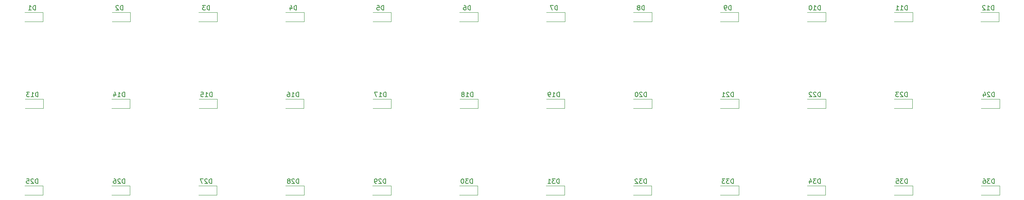
<source format=gbr>
%TF.GenerationSoftware,KiCad,Pcbnew,7.0.7*%
%TF.CreationDate,2023-09-15T12:25:31+10:00*%
%TF.ProjectId,fuckit,6675636b-6974-42e6-9b69-6361645f7063,rev?*%
%TF.SameCoordinates,Original*%
%TF.FileFunction,Legend,Bot*%
%TF.FilePolarity,Positive*%
%FSLAX46Y46*%
G04 Gerber Fmt 4.6, Leading zero omitted, Abs format (unit mm)*
G04 Created by KiCad (PCBNEW 7.0.7) date 2023-09-15 12:25:31*
%MOMM*%
%LPD*%
G01*
G04 APERTURE LIST*
%ADD10C,0.150000*%
%ADD11C,0.120000*%
G04 APERTURE END LIST*
D10*
X66103511Y-67015148D02*
X66103511Y-66015148D01*
X66103511Y-66015148D02*
X65865416Y-66015148D01*
X65865416Y-66015148D02*
X65722559Y-66062767D01*
X65722559Y-66062767D02*
X65627321Y-66158005D01*
X65627321Y-66158005D02*
X65579702Y-66253243D01*
X65579702Y-66253243D02*
X65532083Y-66443719D01*
X65532083Y-66443719D02*
X65532083Y-66586576D01*
X65532083Y-66586576D02*
X65579702Y-66777052D01*
X65579702Y-66777052D02*
X65627321Y-66872290D01*
X65627321Y-66872290D02*
X65722559Y-66967529D01*
X65722559Y-66967529D02*
X65865416Y-67015148D01*
X65865416Y-67015148D02*
X66103511Y-67015148D01*
X65151130Y-66110386D02*
X65103511Y-66062767D01*
X65103511Y-66062767D02*
X65008273Y-66015148D01*
X65008273Y-66015148D02*
X64770178Y-66015148D01*
X64770178Y-66015148D02*
X64674940Y-66062767D01*
X64674940Y-66062767D02*
X64627321Y-66110386D01*
X64627321Y-66110386D02*
X64579702Y-66205624D01*
X64579702Y-66205624D02*
X64579702Y-66300862D01*
X64579702Y-66300862D02*
X64627321Y-66443719D01*
X64627321Y-66443719D02*
X65198749Y-67015148D01*
X65198749Y-67015148D02*
X64579702Y-67015148D01*
X64246368Y-66015148D02*
X63579702Y-66015148D01*
X63579702Y-66015148D02*
X64008273Y-67015148D01*
X66202730Y-47965100D02*
X66202730Y-46965100D01*
X66202730Y-46965100D02*
X65964635Y-46965100D01*
X65964635Y-46965100D02*
X65821778Y-47012719D01*
X65821778Y-47012719D02*
X65726540Y-47107957D01*
X65726540Y-47107957D02*
X65678921Y-47203195D01*
X65678921Y-47203195D02*
X65631302Y-47393671D01*
X65631302Y-47393671D02*
X65631302Y-47536528D01*
X65631302Y-47536528D02*
X65678921Y-47727004D01*
X65678921Y-47727004D02*
X65726540Y-47822242D01*
X65726540Y-47822242D02*
X65821778Y-47917481D01*
X65821778Y-47917481D02*
X65964635Y-47965100D01*
X65964635Y-47965100D02*
X66202730Y-47965100D01*
X64678921Y-47965100D02*
X65250349Y-47965100D01*
X64964635Y-47965100D02*
X64964635Y-46965100D01*
X64964635Y-46965100D02*
X65059873Y-47107957D01*
X65059873Y-47107957D02*
X65155111Y-47203195D01*
X65155111Y-47203195D02*
X65250349Y-47250814D01*
X63774159Y-46965100D02*
X64250349Y-46965100D01*
X64250349Y-46965100D02*
X64297968Y-47441290D01*
X64297968Y-47441290D02*
X64250349Y-47393671D01*
X64250349Y-47393671D02*
X64155111Y-47346052D01*
X64155111Y-47346052D02*
X63917016Y-47346052D01*
X63917016Y-47346052D02*
X63821778Y-47393671D01*
X63821778Y-47393671D02*
X63774159Y-47441290D01*
X63774159Y-47441290D02*
X63726540Y-47536528D01*
X63726540Y-47536528D02*
X63726540Y-47774623D01*
X63726540Y-47774623D02*
X63774159Y-47869861D01*
X63774159Y-47869861D02*
X63821778Y-47917481D01*
X63821778Y-47917481D02*
X63917016Y-47965100D01*
X63917016Y-47965100D02*
X64155111Y-47965100D01*
X64155111Y-47965100D02*
X64250349Y-47917481D01*
X64250349Y-47917481D02*
X64297968Y-47869861D01*
X237491447Y-28915052D02*
X237491447Y-27915052D01*
X237491447Y-27915052D02*
X237253352Y-27915052D01*
X237253352Y-27915052D02*
X237110495Y-27962671D01*
X237110495Y-27962671D02*
X237015257Y-28057909D01*
X237015257Y-28057909D02*
X236967638Y-28153147D01*
X236967638Y-28153147D02*
X236920019Y-28343623D01*
X236920019Y-28343623D02*
X236920019Y-28486480D01*
X236920019Y-28486480D02*
X236967638Y-28676956D01*
X236967638Y-28676956D02*
X237015257Y-28772194D01*
X237015257Y-28772194D02*
X237110495Y-28867433D01*
X237110495Y-28867433D02*
X237253352Y-28915052D01*
X237253352Y-28915052D02*
X237491447Y-28915052D01*
X235967638Y-28915052D02*
X236539066Y-28915052D01*
X236253352Y-28915052D02*
X236253352Y-27915052D01*
X236253352Y-27915052D02*
X236348590Y-28057909D01*
X236348590Y-28057909D02*
X236443828Y-28153147D01*
X236443828Y-28153147D02*
X236539066Y-28200766D01*
X235586685Y-28010290D02*
X235539066Y-27962671D01*
X235539066Y-27962671D02*
X235443828Y-27915052D01*
X235443828Y-27915052D02*
X235205733Y-27915052D01*
X235205733Y-27915052D02*
X235110495Y-27962671D01*
X235110495Y-27962671D02*
X235062876Y-28010290D01*
X235062876Y-28010290D02*
X235015257Y-28105528D01*
X235015257Y-28105528D02*
X235015257Y-28200766D01*
X235015257Y-28200766D02*
X235062876Y-28343623D01*
X235062876Y-28343623D02*
X235634304Y-28915052D01*
X235634304Y-28915052D02*
X235015257Y-28915052D01*
X85190282Y-67015148D02*
X85190282Y-66015148D01*
X85190282Y-66015148D02*
X84952187Y-66015148D01*
X84952187Y-66015148D02*
X84809330Y-66062767D01*
X84809330Y-66062767D02*
X84714092Y-66158005D01*
X84714092Y-66158005D02*
X84666473Y-66253243D01*
X84666473Y-66253243D02*
X84618854Y-66443719D01*
X84618854Y-66443719D02*
X84618854Y-66586576D01*
X84618854Y-66586576D02*
X84666473Y-66777052D01*
X84666473Y-66777052D02*
X84714092Y-66872290D01*
X84714092Y-66872290D02*
X84809330Y-66967529D01*
X84809330Y-66967529D02*
X84952187Y-67015148D01*
X84952187Y-67015148D02*
X85190282Y-67015148D01*
X84237901Y-66110386D02*
X84190282Y-66062767D01*
X84190282Y-66062767D02*
X84095044Y-66015148D01*
X84095044Y-66015148D02*
X83856949Y-66015148D01*
X83856949Y-66015148D02*
X83761711Y-66062767D01*
X83761711Y-66062767D02*
X83714092Y-66110386D01*
X83714092Y-66110386D02*
X83666473Y-66205624D01*
X83666473Y-66205624D02*
X83666473Y-66300862D01*
X83666473Y-66300862D02*
X83714092Y-66443719D01*
X83714092Y-66443719D02*
X84285520Y-67015148D01*
X84285520Y-67015148D02*
X83666473Y-67015148D01*
X83095044Y-66443719D02*
X83190282Y-66396100D01*
X83190282Y-66396100D02*
X83237901Y-66348481D01*
X83237901Y-66348481D02*
X83285520Y-66253243D01*
X83285520Y-66253243D02*
X83285520Y-66205624D01*
X83285520Y-66205624D02*
X83237901Y-66110386D01*
X83237901Y-66110386D02*
X83190282Y-66062767D01*
X83190282Y-66062767D02*
X83095044Y-66015148D01*
X83095044Y-66015148D02*
X82904568Y-66015148D01*
X82904568Y-66015148D02*
X82809330Y-66062767D01*
X82809330Y-66062767D02*
X82761711Y-66110386D01*
X82761711Y-66110386D02*
X82714092Y-66205624D01*
X82714092Y-66205624D02*
X82714092Y-66253243D01*
X82714092Y-66253243D02*
X82761711Y-66348481D01*
X82761711Y-66348481D02*
X82809330Y-66396100D01*
X82809330Y-66396100D02*
X82904568Y-66443719D01*
X82904568Y-66443719D02*
X83095044Y-66443719D01*
X83095044Y-66443719D02*
X83190282Y-66491338D01*
X83190282Y-66491338D02*
X83237901Y-66538957D01*
X83237901Y-66538957D02*
X83285520Y-66634195D01*
X83285520Y-66634195D02*
X83285520Y-66824671D01*
X83285520Y-66824671D02*
X83237901Y-66919909D01*
X83237901Y-66919909D02*
X83190282Y-66967529D01*
X83190282Y-66967529D02*
X83095044Y-67015148D01*
X83095044Y-67015148D02*
X82904568Y-67015148D01*
X82904568Y-67015148D02*
X82809330Y-66967529D01*
X82809330Y-66967529D02*
X82761711Y-66919909D01*
X82761711Y-66919909D02*
X82714092Y-66824671D01*
X82714092Y-66824671D02*
X82714092Y-66634195D01*
X82714092Y-66634195D02*
X82761711Y-66538957D01*
X82761711Y-66538957D02*
X82809330Y-66491338D01*
X82809330Y-66491338D02*
X82904568Y-66443719D01*
X142303703Y-47965100D02*
X142303703Y-46965100D01*
X142303703Y-46965100D02*
X142065608Y-46965100D01*
X142065608Y-46965100D02*
X141922751Y-47012719D01*
X141922751Y-47012719D02*
X141827513Y-47107957D01*
X141827513Y-47107957D02*
X141779894Y-47203195D01*
X141779894Y-47203195D02*
X141732275Y-47393671D01*
X141732275Y-47393671D02*
X141732275Y-47536528D01*
X141732275Y-47536528D02*
X141779894Y-47727004D01*
X141779894Y-47727004D02*
X141827513Y-47822242D01*
X141827513Y-47822242D02*
X141922751Y-47917481D01*
X141922751Y-47917481D02*
X142065608Y-47965100D01*
X142065608Y-47965100D02*
X142303703Y-47965100D01*
X140779894Y-47965100D02*
X141351322Y-47965100D01*
X141065608Y-47965100D02*
X141065608Y-46965100D01*
X141065608Y-46965100D02*
X141160846Y-47107957D01*
X141160846Y-47107957D02*
X141256084Y-47203195D01*
X141256084Y-47203195D02*
X141351322Y-47250814D01*
X140303703Y-47965100D02*
X140113227Y-47965100D01*
X140113227Y-47965100D02*
X140017989Y-47917481D01*
X140017989Y-47917481D02*
X139970370Y-47869861D01*
X139970370Y-47869861D02*
X139875132Y-47727004D01*
X139875132Y-47727004D02*
X139827513Y-47536528D01*
X139827513Y-47536528D02*
X139827513Y-47155576D01*
X139827513Y-47155576D02*
X139875132Y-47060338D01*
X139875132Y-47060338D02*
X139922751Y-47012719D01*
X139922751Y-47012719D02*
X140017989Y-46965100D01*
X140017989Y-46965100D02*
X140208465Y-46965100D01*
X140208465Y-46965100D02*
X140303703Y-47012719D01*
X140303703Y-47012719D02*
X140351322Y-47060338D01*
X140351322Y-47060338D02*
X140398941Y-47155576D01*
X140398941Y-47155576D02*
X140398941Y-47393671D01*
X140398941Y-47393671D02*
X140351322Y-47488909D01*
X140351322Y-47488909D02*
X140303703Y-47536528D01*
X140303703Y-47536528D02*
X140208465Y-47584147D01*
X140208465Y-47584147D02*
X140017989Y-47584147D01*
X140017989Y-47584147D02*
X139922751Y-47536528D01*
X139922751Y-47536528D02*
X139875132Y-47488909D01*
X139875132Y-47488909D02*
X139827513Y-47393671D01*
X104240330Y-67015148D02*
X104240330Y-66015148D01*
X104240330Y-66015148D02*
X104002235Y-66015148D01*
X104002235Y-66015148D02*
X103859378Y-66062767D01*
X103859378Y-66062767D02*
X103764140Y-66158005D01*
X103764140Y-66158005D02*
X103716521Y-66253243D01*
X103716521Y-66253243D02*
X103668902Y-66443719D01*
X103668902Y-66443719D02*
X103668902Y-66586576D01*
X103668902Y-66586576D02*
X103716521Y-66777052D01*
X103716521Y-66777052D02*
X103764140Y-66872290D01*
X103764140Y-66872290D02*
X103859378Y-66967529D01*
X103859378Y-66967529D02*
X104002235Y-67015148D01*
X104002235Y-67015148D02*
X104240330Y-67015148D01*
X103287949Y-66110386D02*
X103240330Y-66062767D01*
X103240330Y-66062767D02*
X103145092Y-66015148D01*
X103145092Y-66015148D02*
X102906997Y-66015148D01*
X102906997Y-66015148D02*
X102811759Y-66062767D01*
X102811759Y-66062767D02*
X102764140Y-66110386D01*
X102764140Y-66110386D02*
X102716521Y-66205624D01*
X102716521Y-66205624D02*
X102716521Y-66300862D01*
X102716521Y-66300862D02*
X102764140Y-66443719D01*
X102764140Y-66443719D02*
X103335568Y-67015148D01*
X103335568Y-67015148D02*
X102716521Y-67015148D01*
X102240330Y-67015148D02*
X102049854Y-67015148D01*
X102049854Y-67015148D02*
X101954616Y-66967529D01*
X101954616Y-66967529D02*
X101906997Y-66919909D01*
X101906997Y-66919909D02*
X101811759Y-66777052D01*
X101811759Y-66777052D02*
X101764140Y-66586576D01*
X101764140Y-66586576D02*
X101764140Y-66205624D01*
X101764140Y-66205624D02*
X101811759Y-66110386D01*
X101811759Y-66110386D02*
X101859378Y-66062767D01*
X101859378Y-66062767D02*
X101954616Y-66015148D01*
X101954616Y-66015148D02*
X102145092Y-66015148D01*
X102145092Y-66015148D02*
X102240330Y-66062767D01*
X102240330Y-66062767D02*
X102287949Y-66110386D01*
X102287949Y-66110386D02*
X102335568Y-66205624D01*
X102335568Y-66205624D02*
X102335568Y-66443719D01*
X102335568Y-66443719D02*
X102287949Y-66538957D01*
X102287949Y-66538957D02*
X102240330Y-66586576D01*
X102240330Y-66586576D02*
X102145092Y-66634195D01*
X102145092Y-66634195D02*
X101954616Y-66634195D01*
X101954616Y-66634195D02*
X101859378Y-66586576D01*
X101859378Y-66586576D02*
X101811759Y-66538957D01*
X101811759Y-66538957D02*
X101764140Y-66443719D01*
X28065911Y-47965100D02*
X28065911Y-46965100D01*
X28065911Y-46965100D02*
X27827816Y-46965100D01*
X27827816Y-46965100D02*
X27684959Y-47012719D01*
X27684959Y-47012719D02*
X27589721Y-47107957D01*
X27589721Y-47107957D02*
X27542102Y-47203195D01*
X27542102Y-47203195D02*
X27494483Y-47393671D01*
X27494483Y-47393671D02*
X27494483Y-47536528D01*
X27494483Y-47536528D02*
X27542102Y-47727004D01*
X27542102Y-47727004D02*
X27589721Y-47822242D01*
X27589721Y-47822242D02*
X27684959Y-47917481D01*
X27684959Y-47917481D02*
X27827816Y-47965100D01*
X27827816Y-47965100D02*
X28065911Y-47965100D01*
X26542102Y-47965100D02*
X27113530Y-47965100D01*
X26827816Y-47965100D02*
X26827816Y-46965100D01*
X26827816Y-46965100D02*
X26923054Y-47107957D01*
X26923054Y-47107957D02*
X27018292Y-47203195D01*
X27018292Y-47203195D02*
X27113530Y-47250814D01*
X26208768Y-46965100D02*
X25589721Y-46965100D01*
X25589721Y-46965100D02*
X25923054Y-47346052D01*
X25923054Y-47346052D02*
X25780197Y-47346052D01*
X25780197Y-47346052D02*
X25684959Y-47393671D01*
X25684959Y-47393671D02*
X25637340Y-47441290D01*
X25637340Y-47441290D02*
X25589721Y-47536528D01*
X25589721Y-47536528D02*
X25589721Y-47774623D01*
X25589721Y-47774623D02*
X25637340Y-47869861D01*
X25637340Y-47869861D02*
X25684959Y-47917481D01*
X25684959Y-47917481D02*
X25780197Y-47965100D01*
X25780197Y-47965100D02*
X26065911Y-47965100D01*
X26065911Y-47965100D02*
X26161149Y-47917481D01*
X26161149Y-47917481D02*
X26208768Y-47869861D01*
X84714091Y-28915052D02*
X84714091Y-27915052D01*
X84714091Y-27915052D02*
X84475996Y-27915052D01*
X84475996Y-27915052D02*
X84333139Y-27962671D01*
X84333139Y-27962671D02*
X84237901Y-28057909D01*
X84237901Y-28057909D02*
X84190282Y-28153147D01*
X84190282Y-28153147D02*
X84142663Y-28343623D01*
X84142663Y-28343623D02*
X84142663Y-28486480D01*
X84142663Y-28486480D02*
X84190282Y-28676956D01*
X84190282Y-28676956D02*
X84237901Y-28772194D01*
X84237901Y-28772194D02*
X84333139Y-28867433D01*
X84333139Y-28867433D02*
X84475996Y-28915052D01*
X84475996Y-28915052D02*
X84714091Y-28915052D01*
X83285520Y-28248385D02*
X83285520Y-28915052D01*
X83523615Y-27867433D02*
X83761710Y-28581718D01*
X83761710Y-28581718D02*
X83142663Y-28581718D01*
X104302826Y-47965100D02*
X104302826Y-46965100D01*
X104302826Y-46965100D02*
X104064731Y-46965100D01*
X104064731Y-46965100D02*
X103921874Y-47012719D01*
X103921874Y-47012719D02*
X103826636Y-47107957D01*
X103826636Y-47107957D02*
X103779017Y-47203195D01*
X103779017Y-47203195D02*
X103731398Y-47393671D01*
X103731398Y-47393671D02*
X103731398Y-47536528D01*
X103731398Y-47536528D02*
X103779017Y-47727004D01*
X103779017Y-47727004D02*
X103826636Y-47822242D01*
X103826636Y-47822242D02*
X103921874Y-47917481D01*
X103921874Y-47917481D02*
X104064731Y-47965100D01*
X104064731Y-47965100D02*
X104302826Y-47965100D01*
X102779017Y-47965100D02*
X103350445Y-47965100D01*
X103064731Y-47965100D02*
X103064731Y-46965100D01*
X103064731Y-46965100D02*
X103159969Y-47107957D01*
X103159969Y-47107957D02*
X103255207Y-47203195D01*
X103255207Y-47203195D02*
X103350445Y-47250814D01*
X102445683Y-46965100D02*
X101779017Y-46965100D01*
X101779017Y-46965100D02*
X102207588Y-47965100D01*
X180440522Y-47965100D02*
X180440522Y-46965100D01*
X180440522Y-46965100D02*
X180202427Y-46965100D01*
X180202427Y-46965100D02*
X180059570Y-47012719D01*
X180059570Y-47012719D02*
X179964332Y-47107957D01*
X179964332Y-47107957D02*
X179916713Y-47203195D01*
X179916713Y-47203195D02*
X179869094Y-47393671D01*
X179869094Y-47393671D02*
X179869094Y-47536528D01*
X179869094Y-47536528D02*
X179916713Y-47727004D01*
X179916713Y-47727004D02*
X179964332Y-47822242D01*
X179964332Y-47822242D02*
X180059570Y-47917481D01*
X180059570Y-47917481D02*
X180202427Y-47965100D01*
X180202427Y-47965100D02*
X180440522Y-47965100D01*
X179488141Y-47060338D02*
X179440522Y-47012719D01*
X179440522Y-47012719D02*
X179345284Y-46965100D01*
X179345284Y-46965100D02*
X179107189Y-46965100D01*
X179107189Y-46965100D02*
X179011951Y-47012719D01*
X179011951Y-47012719D02*
X178964332Y-47060338D01*
X178964332Y-47060338D02*
X178916713Y-47155576D01*
X178916713Y-47155576D02*
X178916713Y-47250814D01*
X178916713Y-47250814D02*
X178964332Y-47393671D01*
X178964332Y-47393671D02*
X179535760Y-47965100D01*
X179535760Y-47965100D02*
X178916713Y-47965100D01*
X177964332Y-47965100D02*
X178535760Y-47965100D01*
X178250046Y-47965100D02*
X178250046Y-46965100D01*
X178250046Y-46965100D02*
X178345284Y-47107957D01*
X178345284Y-47107957D02*
X178440522Y-47203195D01*
X178440522Y-47203195D02*
X178535760Y-47250814D01*
X160914283Y-28915052D02*
X160914283Y-27915052D01*
X160914283Y-27915052D02*
X160676188Y-27915052D01*
X160676188Y-27915052D02*
X160533331Y-27962671D01*
X160533331Y-27962671D02*
X160438093Y-28057909D01*
X160438093Y-28057909D02*
X160390474Y-28153147D01*
X160390474Y-28153147D02*
X160342855Y-28343623D01*
X160342855Y-28343623D02*
X160342855Y-28486480D01*
X160342855Y-28486480D02*
X160390474Y-28676956D01*
X160390474Y-28676956D02*
X160438093Y-28772194D01*
X160438093Y-28772194D02*
X160533331Y-28867433D01*
X160533331Y-28867433D02*
X160676188Y-28915052D01*
X160676188Y-28915052D02*
X160914283Y-28915052D01*
X159771426Y-28343623D02*
X159866664Y-28296004D01*
X159866664Y-28296004D02*
X159914283Y-28248385D01*
X159914283Y-28248385D02*
X159961902Y-28153147D01*
X159961902Y-28153147D02*
X159961902Y-28105528D01*
X159961902Y-28105528D02*
X159914283Y-28010290D01*
X159914283Y-28010290D02*
X159866664Y-27962671D01*
X159866664Y-27962671D02*
X159771426Y-27915052D01*
X159771426Y-27915052D02*
X159580950Y-27915052D01*
X159580950Y-27915052D02*
X159485712Y-27962671D01*
X159485712Y-27962671D02*
X159438093Y-28010290D01*
X159438093Y-28010290D02*
X159390474Y-28105528D01*
X159390474Y-28105528D02*
X159390474Y-28153147D01*
X159390474Y-28153147D02*
X159438093Y-28248385D01*
X159438093Y-28248385D02*
X159485712Y-28296004D01*
X159485712Y-28296004D02*
X159580950Y-28343623D01*
X159580950Y-28343623D02*
X159771426Y-28343623D01*
X159771426Y-28343623D02*
X159866664Y-28391242D01*
X159866664Y-28391242D02*
X159914283Y-28438861D01*
X159914283Y-28438861D02*
X159961902Y-28534099D01*
X159961902Y-28534099D02*
X159961902Y-28724575D01*
X159961902Y-28724575D02*
X159914283Y-28819813D01*
X159914283Y-28819813D02*
X159866664Y-28867433D01*
X159866664Y-28867433D02*
X159771426Y-28915052D01*
X159771426Y-28915052D02*
X159580950Y-28915052D01*
X159580950Y-28915052D02*
X159485712Y-28867433D01*
X159485712Y-28867433D02*
X159438093Y-28819813D01*
X159438093Y-28819813D02*
X159390474Y-28724575D01*
X159390474Y-28724575D02*
X159390474Y-28534099D01*
X159390474Y-28534099D02*
X159438093Y-28438861D01*
X159438093Y-28438861D02*
X159485712Y-28391242D01*
X159485712Y-28391242D02*
X159580950Y-28343623D01*
X142266980Y-67015148D02*
X142266980Y-66015148D01*
X142266980Y-66015148D02*
X142028885Y-66015148D01*
X142028885Y-66015148D02*
X141886028Y-66062767D01*
X141886028Y-66062767D02*
X141790790Y-66158005D01*
X141790790Y-66158005D02*
X141743171Y-66253243D01*
X141743171Y-66253243D02*
X141695552Y-66443719D01*
X141695552Y-66443719D02*
X141695552Y-66586576D01*
X141695552Y-66586576D02*
X141743171Y-66777052D01*
X141743171Y-66777052D02*
X141790790Y-66872290D01*
X141790790Y-66872290D02*
X141886028Y-66967529D01*
X141886028Y-66967529D02*
X142028885Y-67015148D01*
X142028885Y-67015148D02*
X142266980Y-67015148D01*
X141362218Y-66015148D02*
X140743171Y-66015148D01*
X140743171Y-66015148D02*
X141076504Y-66396100D01*
X141076504Y-66396100D02*
X140933647Y-66396100D01*
X140933647Y-66396100D02*
X140838409Y-66443719D01*
X140838409Y-66443719D02*
X140790790Y-66491338D01*
X140790790Y-66491338D02*
X140743171Y-66586576D01*
X140743171Y-66586576D02*
X140743171Y-66824671D01*
X140743171Y-66824671D02*
X140790790Y-66919909D01*
X140790790Y-66919909D02*
X140838409Y-66967529D01*
X140838409Y-66967529D02*
X140933647Y-67015148D01*
X140933647Y-67015148D02*
X141219361Y-67015148D01*
X141219361Y-67015148D02*
X141314599Y-66967529D01*
X141314599Y-66967529D02*
X141362218Y-66919909D01*
X139790790Y-67015148D02*
X140362218Y-67015148D01*
X140076504Y-67015148D02*
X140076504Y-66015148D01*
X140076504Y-66015148D02*
X140171742Y-66158005D01*
X140171742Y-66158005D02*
X140266980Y-66253243D01*
X140266980Y-66253243D02*
X140362218Y-66300862D01*
X122814187Y-28915052D02*
X122814187Y-27915052D01*
X122814187Y-27915052D02*
X122576092Y-27915052D01*
X122576092Y-27915052D02*
X122433235Y-27962671D01*
X122433235Y-27962671D02*
X122337997Y-28057909D01*
X122337997Y-28057909D02*
X122290378Y-28153147D01*
X122290378Y-28153147D02*
X122242759Y-28343623D01*
X122242759Y-28343623D02*
X122242759Y-28486480D01*
X122242759Y-28486480D02*
X122290378Y-28676956D01*
X122290378Y-28676956D02*
X122337997Y-28772194D01*
X122337997Y-28772194D02*
X122433235Y-28867433D01*
X122433235Y-28867433D02*
X122576092Y-28915052D01*
X122576092Y-28915052D02*
X122814187Y-28915052D01*
X121385616Y-27915052D02*
X121576092Y-27915052D01*
X121576092Y-27915052D02*
X121671330Y-27962671D01*
X121671330Y-27962671D02*
X121718949Y-28010290D01*
X121718949Y-28010290D02*
X121814187Y-28153147D01*
X121814187Y-28153147D02*
X121861806Y-28343623D01*
X121861806Y-28343623D02*
X121861806Y-28724575D01*
X121861806Y-28724575D02*
X121814187Y-28819813D01*
X121814187Y-28819813D02*
X121766568Y-28867433D01*
X121766568Y-28867433D02*
X121671330Y-28915052D01*
X121671330Y-28915052D02*
X121480854Y-28915052D01*
X121480854Y-28915052D02*
X121385616Y-28867433D01*
X121385616Y-28867433D02*
X121337997Y-28819813D01*
X121337997Y-28819813D02*
X121290378Y-28724575D01*
X121290378Y-28724575D02*
X121290378Y-28486480D01*
X121290378Y-28486480D02*
X121337997Y-28391242D01*
X121337997Y-28391242D02*
X121385616Y-28343623D01*
X121385616Y-28343623D02*
X121480854Y-28296004D01*
X121480854Y-28296004D02*
X121671330Y-28296004D01*
X121671330Y-28296004D02*
X121766568Y-28343623D01*
X121766568Y-28343623D02*
X121814187Y-28391242D01*
X121814187Y-28391242D02*
X121861806Y-28486480D01*
X180440522Y-67015148D02*
X180440522Y-66015148D01*
X180440522Y-66015148D02*
X180202427Y-66015148D01*
X180202427Y-66015148D02*
X180059570Y-66062767D01*
X180059570Y-66062767D02*
X179964332Y-66158005D01*
X179964332Y-66158005D02*
X179916713Y-66253243D01*
X179916713Y-66253243D02*
X179869094Y-66443719D01*
X179869094Y-66443719D02*
X179869094Y-66586576D01*
X179869094Y-66586576D02*
X179916713Y-66777052D01*
X179916713Y-66777052D02*
X179964332Y-66872290D01*
X179964332Y-66872290D02*
X180059570Y-66967529D01*
X180059570Y-66967529D02*
X180202427Y-67015148D01*
X180202427Y-67015148D02*
X180440522Y-67015148D01*
X179535760Y-66015148D02*
X178916713Y-66015148D01*
X178916713Y-66015148D02*
X179250046Y-66396100D01*
X179250046Y-66396100D02*
X179107189Y-66396100D01*
X179107189Y-66396100D02*
X179011951Y-66443719D01*
X179011951Y-66443719D02*
X178964332Y-66491338D01*
X178964332Y-66491338D02*
X178916713Y-66586576D01*
X178916713Y-66586576D02*
X178916713Y-66824671D01*
X178916713Y-66824671D02*
X178964332Y-66919909D01*
X178964332Y-66919909D02*
X179011951Y-66967529D01*
X179011951Y-66967529D02*
X179107189Y-67015148D01*
X179107189Y-67015148D02*
X179392903Y-67015148D01*
X179392903Y-67015148D02*
X179488141Y-66967529D01*
X179488141Y-66967529D02*
X179535760Y-66919909D01*
X178583379Y-66015148D02*
X177964332Y-66015148D01*
X177964332Y-66015148D02*
X178297665Y-66396100D01*
X178297665Y-66396100D02*
X178154808Y-66396100D01*
X178154808Y-66396100D02*
X178059570Y-66443719D01*
X178059570Y-66443719D02*
X178011951Y-66491338D01*
X178011951Y-66491338D02*
X177964332Y-66586576D01*
X177964332Y-66586576D02*
X177964332Y-66824671D01*
X177964332Y-66824671D02*
X178011951Y-66919909D01*
X178011951Y-66919909D02*
X178059570Y-66967529D01*
X178059570Y-66967529D02*
X178154808Y-67015148D01*
X178154808Y-67015148D02*
X178440522Y-67015148D01*
X178440522Y-67015148D02*
X178535760Y-66967529D01*
X178535760Y-66967529D02*
X178583379Y-66919909D01*
X218540618Y-28915052D02*
X218540618Y-27915052D01*
X218540618Y-27915052D02*
X218302523Y-27915052D01*
X218302523Y-27915052D02*
X218159666Y-27962671D01*
X218159666Y-27962671D02*
X218064428Y-28057909D01*
X218064428Y-28057909D02*
X218016809Y-28153147D01*
X218016809Y-28153147D02*
X217969190Y-28343623D01*
X217969190Y-28343623D02*
X217969190Y-28486480D01*
X217969190Y-28486480D02*
X218016809Y-28676956D01*
X218016809Y-28676956D02*
X218064428Y-28772194D01*
X218064428Y-28772194D02*
X218159666Y-28867433D01*
X218159666Y-28867433D02*
X218302523Y-28915052D01*
X218302523Y-28915052D02*
X218540618Y-28915052D01*
X217016809Y-28915052D02*
X217588237Y-28915052D01*
X217302523Y-28915052D02*
X217302523Y-27915052D01*
X217302523Y-27915052D02*
X217397761Y-28057909D01*
X217397761Y-28057909D02*
X217492999Y-28153147D01*
X217492999Y-28153147D02*
X217588237Y-28200766D01*
X216064428Y-28915052D02*
X216635856Y-28915052D01*
X216350142Y-28915052D02*
X216350142Y-27915052D01*
X216350142Y-27915052D02*
X216445380Y-28057909D01*
X216445380Y-28057909D02*
X216540618Y-28153147D01*
X216540618Y-28153147D02*
X216635856Y-28200766D01*
X199490570Y-28915052D02*
X199490570Y-27915052D01*
X199490570Y-27915052D02*
X199252475Y-27915052D01*
X199252475Y-27915052D02*
X199109618Y-27962671D01*
X199109618Y-27962671D02*
X199014380Y-28057909D01*
X199014380Y-28057909D02*
X198966761Y-28153147D01*
X198966761Y-28153147D02*
X198919142Y-28343623D01*
X198919142Y-28343623D02*
X198919142Y-28486480D01*
X198919142Y-28486480D02*
X198966761Y-28676956D01*
X198966761Y-28676956D02*
X199014380Y-28772194D01*
X199014380Y-28772194D02*
X199109618Y-28867433D01*
X199109618Y-28867433D02*
X199252475Y-28915052D01*
X199252475Y-28915052D02*
X199490570Y-28915052D01*
X197966761Y-28915052D02*
X198538189Y-28915052D01*
X198252475Y-28915052D02*
X198252475Y-27915052D01*
X198252475Y-27915052D02*
X198347713Y-28057909D01*
X198347713Y-28057909D02*
X198442951Y-28153147D01*
X198442951Y-28153147D02*
X198538189Y-28200766D01*
X197347713Y-27915052D02*
X197252475Y-27915052D01*
X197252475Y-27915052D02*
X197157237Y-27962671D01*
X197157237Y-27962671D02*
X197109618Y-28010290D01*
X197109618Y-28010290D02*
X197061999Y-28105528D01*
X197061999Y-28105528D02*
X197014380Y-28296004D01*
X197014380Y-28296004D02*
X197014380Y-28534099D01*
X197014380Y-28534099D02*
X197061999Y-28724575D01*
X197061999Y-28724575D02*
X197109618Y-28819813D01*
X197109618Y-28819813D02*
X197157237Y-28867433D01*
X197157237Y-28867433D02*
X197252475Y-28915052D01*
X197252475Y-28915052D02*
X197347713Y-28915052D01*
X197347713Y-28915052D02*
X197442951Y-28867433D01*
X197442951Y-28867433D02*
X197490570Y-28819813D01*
X197490570Y-28819813D02*
X197538189Y-28724575D01*
X197538189Y-28724575D02*
X197585808Y-28534099D01*
X197585808Y-28534099D02*
X197585808Y-28296004D01*
X197585808Y-28296004D02*
X197538189Y-28105528D01*
X197538189Y-28105528D02*
X197490570Y-28010290D01*
X197490570Y-28010290D02*
X197442951Y-27962671D01*
X197442951Y-27962671D02*
X197347713Y-27915052D01*
X27527224Y-28915052D02*
X27527224Y-27915052D01*
X27527224Y-27915052D02*
X27289129Y-27915052D01*
X27289129Y-27915052D02*
X27146272Y-27962671D01*
X27146272Y-27962671D02*
X27051034Y-28057909D01*
X27051034Y-28057909D02*
X27003415Y-28153147D01*
X27003415Y-28153147D02*
X26955796Y-28343623D01*
X26955796Y-28343623D02*
X26955796Y-28486480D01*
X26955796Y-28486480D02*
X27003415Y-28676956D01*
X27003415Y-28676956D02*
X27051034Y-28772194D01*
X27051034Y-28772194D02*
X27146272Y-28867433D01*
X27146272Y-28867433D02*
X27289129Y-28915052D01*
X27289129Y-28915052D02*
X27527224Y-28915052D01*
X26003415Y-28915052D02*
X26574843Y-28915052D01*
X26289129Y-28915052D02*
X26289129Y-27915052D01*
X26289129Y-27915052D02*
X26384367Y-28057909D01*
X26384367Y-28057909D02*
X26479605Y-28153147D01*
X26479605Y-28153147D02*
X26574843Y-28200766D01*
X65664043Y-28915052D02*
X65664043Y-27915052D01*
X65664043Y-27915052D02*
X65425948Y-27915052D01*
X65425948Y-27915052D02*
X65283091Y-27962671D01*
X65283091Y-27962671D02*
X65187853Y-28057909D01*
X65187853Y-28057909D02*
X65140234Y-28153147D01*
X65140234Y-28153147D02*
X65092615Y-28343623D01*
X65092615Y-28343623D02*
X65092615Y-28486480D01*
X65092615Y-28486480D02*
X65140234Y-28676956D01*
X65140234Y-28676956D02*
X65187853Y-28772194D01*
X65187853Y-28772194D02*
X65283091Y-28867433D01*
X65283091Y-28867433D02*
X65425948Y-28915052D01*
X65425948Y-28915052D02*
X65664043Y-28915052D01*
X64759281Y-27915052D02*
X64140234Y-27915052D01*
X64140234Y-27915052D02*
X64473567Y-28296004D01*
X64473567Y-28296004D02*
X64330710Y-28296004D01*
X64330710Y-28296004D02*
X64235472Y-28343623D01*
X64235472Y-28343623D02*
X64187853Y-28391242D01*
X64187853Y-28391242D02*
X64140234Y-28486480D01*
X64140234Y-28486480D02*
X64140234Y-28724575D01*
X64140234Y-28724575D02*
X64187853Y-28819813D01*
X64187853Y-28819813D02*
X64235472Y-28867433D01*
X64235472Y-28867433D02*
X64330710Y-28915052D01*
X64330710Y-28915052D02*
X64616424Y-28915052D01*
X64616424Y-28915052D02*
X64711662Y-28867433D01*
X64711662Y-28867433D02*
X64759281Y-28819813D01*
X218540618Y-67015148D02*
X218540618Y-66015148D01*
X218540618Y-66015148D02*
X218302523Y-66015148D01*
X218302523Y-66015148D02*
X218159666Y-66062767D01*
X218159666Y-66062767D02*
X218064428Y-66158005D01*
X218064428Y-66158005D02*
X218016809Y-66253243D01*
X218016809Y-66253243D02*
X217969190Y-66443719D01*
X217969190Y-66443719D02*
X217969190Y-66586576D01*
X217969190Y-66586576D02*
X218016809Y-66777052D01*
X218016809Y-66777052D02*
X218064428Y-66872290D01*
X218064428Y-66872290D02*
X218159666Y-66967529D01*
X218159666Y-66967529D02*
X218302523Y-67015148D01*
X218302523Y-67015148D02*
X218540618Y-67015148D01*
X217635856Y-66015148D02*
X217016809Y-66015148D01*
X217016809Y-66015148D02*
X217350142Y-66396100D01*
X217350142Y-66396100D02*
X217207285Y-66396100D01*
X217207285Y-66396100D02*
X217112047Y-66443719D01*
X217112047Y-66443719D02*
X217064428Y-66491338D01*
X217064428Y-66491338D02*
X217016809Y-66586576D01*
X217016809Y-66586576D02*
X217016809Y-66824671D01*
X217016809Y-66824671D02*
X217064428Y-66919909D01*
X217064428Y-66919909D02*
X217112047Y-66967529D01*
X217112047Y-66967529D02*
X217207285Y-67015148D01*
X217207285Y-67015148D02*
X217492999Y-67015148D01*
X217492999Y-67015148D02*
X217588237Y-66967529D01*
X217588237Y-66967529D02*
X217635856Y-66919909D01*
X216112047Y-66015148D02*
X216588237Y-66015148D01*
X216588237Y-66015148D02*
X216635856Y-66491338D01*
X216635856Y-66491338D02*
X216588237Y-66443719D01*
X216588237Y-66443719D02*
X216492999Y-66396100D01*
X216492999Y-66396100D02*
X216254904Y-66396100D01*
X216254904Y-66396100D02*
X216159666Y-66443719D01*
X216159666Y-66443719D02*
X216112047Y-66491338D01*
X216112047Y-66491338D02*
X216064428Y-66586576D01*
X216064428Y-66586576D02*
X216064428Y-66824671D01*
X216064428Y-66824671D02*
X216112047Y-66919909D01*
X216112047Y-66919909D02*
X216159666Y-66967529D01*
X216159666Y-66967529D02*
X216254904Y-67015148D01*
X216254904Y-67015148D02*
X216492999Y-67015148D01*
X216492999Y-67015148D02*
X216588237Y-66967529D01*
X216588237Y-66967529D02*
X216635856Y-66919909D01*
X141864235Y-28915052D02*
X141864235Y-27915052D01*
X141864235Y-27915052D02*
X141626140Y-27915052D01*
X141626140Y-27915052D02*
X141483283Y-27962671D01*
X141483283Y-27962671D02*
X141388045Y-28057909D01*
X141388045Y-28057909D02*
X141340426Y-28153147D01*
X141340426Y-28153147D02*
X141292807Y-28343623D01*
X141292807Y-28343623D02*
X141292807Y-28486480D01*
X141292807Y-28486480D02*
X141340426Y-28676956D01*
X141340426Y-28676956D02*
X141388045Y-28772194D01*
X141388045Y-28772194D02*
X141483283Y-28867433D01*
X141483283Y-28867433D02*
X141626140Y-28915052D01*
X141626140Y-28915052D02*
X141864235Y-28915052D01*
X140959473Y-27915052D02*
X140292807Y-27915052D01*
X140292807Y-27915052D02*
X140721378Y-28915052D01*
X28003415Y-67015148D02*
X28003415Y-66015148D01*
X28003415Y-66015148D02*
X27765320Y-66015148D01*
X27765320Y-66015148D02*
X27622463Y-66062767D01*
X27622463Y-66062767D02*
X27527225Y-66158005D01*
X27527225Y-66158005D02*
X27479606Y-66253243D01*
X27479606Y-66253243D02*
X27431987Y-66443719D01*
X27431987Y-66443719D02*
X27431987Y-66586576D01*
X27431987Y-66586576D02*
X27479606Y-66777052D01*
X27479606Y-66777052D02*
X27527225Y-66872290D01*
X27527225Y-66872290D02*
X27622463Y-66967529D01*
X27622463Y-66967529D02*
X27765320Y-67015148D01*
X27765320Y-67015148D02*
X28003415Y-67015148D01*
X27051034Y-66110386D02*
X27003415Y-66062767D01*
X27003415Y-66062767D02*
X26908177Y-66015148D01*
X26908177Y-66015148D02*
X26670082Y-66015148D01*
X26670082Y-66015148D02*
X26574844Y-66062767D01*
X26574844Y-66062767D02*
X26527225Y-66110386D01*
X26527225Y-66110386D02*
X26479606Y-66205624D01*
X26479606Y-66205624D02*
X26479606Y-66300862D01*
X26479606Y-66300862D02*
X26527225Y-66443719D01*
X26527225Y-66443719D02*
X27098653Y-67015148D01*
X27098653Y-67015148D02*
X26479606Y-67015148D01*
X25574844Y-66015148D02*
X26051034Y-66015148D01*
X26051034Y-66015148D02*
X26098653Y-66491338D01*
X26098653Y-66491338D02*
X26051034Y-66443719D01*
X26051034Y-66443719D02*
X25955796Y-66396100D01*
X25955796Y-66396100D02*
X25717701Y-66396100D01*
X25717701Y-66396100D02*
X25622463Y-66443719D01*
X25622463Y-66443719D02*
X25574844Y-66491338D01*
X25574844Y-66491338D02*
X25527225Y-66586576D01*
X25527225Y-66586576D02*
X25527225Y-66824671D01*
X25527225Y-66824671D02*
X25574844Y-66919909D01*
X25574844Y-66919909D02*
X25622463Y-66967529D01*
X25622463Y-66967529D02*
X25717701Y-67015148D01*
X25717701Y-67015148D02*
X25955796Y-67015148D01*
X25955796Y-67015148D02*
X26051034Y-66967529D01*
X26051034Y-66967529D02*
X26098653Y-66919909D01*
X161390474Y-47965100D02*
X161390474Y-46965100D01*
X161390474Y-46965100D02*
X161152379Y-46965100D01*
X161152379Y-46965100D02*
X161009522Y-47012719D01*
X161009522Y-47012719D02*
X160914284Y-47107957D01*
X160914284Y-47107957D02*
X160866665Y-47203195D01*
X160866665Y-47203195D02*
X160819046Y-47393671D01*
X160819046Y-47393671D02*
X160819046Y-47536528D01*
X160819046Y-47536528D02*
X160866665Y-47727004D01*
X160866665Y-47727004D02*
X160914284Y-47822242D01*
X160914284Y-47822242D02*
X161009522Y-47917481D01*
X161009522Y-47917481D02*
X161152379Y-47965100D01*
X161152379Y-47965100D02*
X161390474Y-47965100D01*
X160438093Y-47060338D02*
X160390474Y-47012719D01*
X160390474Y-47012719D02*
X160295236Y-46965100D01*
X160295236Y-46965100D02*
X160057141Y-46965100D01*
X160057141Y-46965100D02*
X159961903Y-47012719D01*
X159961903Y-47012719D02*
X159914284Y-47060338D01*
X159914284Y-47060338D02*
X159866665Y-47155576D01*
X159866665Y-47155576D02*
X159866665Y-47250814D01*
X159866665Y-47250814D02*
X159914284Y-47393671D01*
X159914284Y-47393671D02*
X160485712Y-47965100D01*
X160485712Y-47965100D02*
X159866665Y-47965100D01*
X159247617Y-46965100D02*
X159152379Y-46965100D01*
X159152379Y-46965100D02*
X159057141Y-47012719D01*
X159057141Y-47012719D02*
X159009522Y-47060338D01*
X159009522Y-47060338D02*
X158961903Y-47155576D01*
X158961903Y-47155576D02*
X158914284Y-47346052D01*
X158914284Y-47346052D02*
X158914284Y-47584147D01*
X158914284Y-47584147D02*
X158961903Y-47774623D01*
X158961903Y-47774623D02*
X159009522Y-47869861D01*
X159009522Y-47869861D02*
X159057141Y-47917481D01*
X159057141Y-47917481D02*
X159152379Y-47965100D01*
X159152379Y-47965100D02*
X159247617Y-47965100D01*
X159247617Y-47965100D02*
X159342855Y-47917481D01*
X159342855Y-47917481D02*
X159390474Y-47869861D01*
X159390474Y-47869861D02*
X159438093Y-47774623D01*
X159438093Y-47774623D02*
X159485712Y-47584147D01*
X159485712Y-47584147D02*
X159485712Y-47346052D01*
X159485712Y-47346052D02*
X159438093Y-47155576D01*
X159438093Y-47155576D02*
X159390474Y-47060338D01*
X159390474Y-47060338D02*
X159342855Y-47012719D01*
X159342855Y-47012719D02*
X159247617Y-46965100D01*
X123253655Y-67015148D02*
X123253655Y-66015148D01*
X123253655Y-66015148D02*
X123015560Y-66015148D01*
X123015560Y-66015148D02*
X122872703Y-66062767D01*
X122872703Y-66062767D02*
X122777465Y-66158005D01*
X122777465Y-66158005D02*
X122729846Y-66253243D01*
X122729846Y-66253243D02*
X122682227Y-66443719D01*
X122682227Y-66443719D02*
X122682227Y-66586576D01*
X122682227Y-66586576D02*
X122729846Y-66777052D01*
X122729846Y-66777052D02*
X122777465Y-66872290D01*
X122777465Y-66872290D02*
X122872703Y-66967529D01*
X122872703Y-66967529D02*
X123015560Y-67015148D01*
X123015560Y-67015148D02*
X123253655Y-67015148D01*
X122348893Y-66015148D02*
X121729846Y-66015148D01*
X121729846Y-66015148D02*
X122063179Y-66396100D01*
X122063179Y-66396100D02*
X121920322Y-66396100D01*
X121920322Y-66396100D02*
X121825084Y-66443719D01*
X121825084Y-66443719D02*
X121777465Y-66491338D01*
X121777465Y-66491338D02*
X121729846Y-66586576D01*
X121729846Y-66586576D02*
X121729846Y-66824671D01*
X121729846Y-66824671D02*
X121777465Y-66919909D01*
X121777465Y-66919909D02*
X121825084Y-66967529D01*
X121825084Y-66967529D02*
X121920322Y-67015148D01*
X121920322Y-67015148D02*
X122206036Y-67015148D01*
X122206036Y-67015148D02*
X122301274Y-66967529D01*
X122301274Y-66967529D02*
X122348893Y-66919909D01*
X121110798Y-66015148D02*
X121015560Y-66015148D01*
X121015560Y-66015148D02*
X120920322Y-66062767D01*
X120920322Y-66062767D02*
X120872703Y-66110386D01*
X120872703Y-66110386D02*
X120825084Y-66205624D01*
X120825084Y-66205624D02*
X120777465Y-66396100D01*
X120777465Y-66396100D02*
X120777465Y-66634195D01*
X120777465Y-66634195D02*
X120825084Y-66824671D01*
X120825084Y-66824671D02*
X120872703Y-66919909D01*
X120872703Y-66919909D02*
X120920322Y-66967529D01*
X120920322Y-66967529D02*
X121015560Y-67015148D01*
X121015560Y-67015148D02*
X121110798Y-67015148D01*
X121110798Y-67015148D02*
X121206036Y-66967529D01*
X121206036Y-66967529D02*
X121253655Y-66919909D01*
X121253655Y-66919909D02*
X121301274Y-66824671D01*
X121301274Y-66824671D02*
X121348893Y-66634195D01*
X121348893Y-66634195D02*
X121348893Y-66396100D01*
X121348893Y-66396100D02*
X121301274Y-66205624D01*
X121301274Y-66205624D02*
X121253655Y-66110386D01*
X121253655Y-66110386D02*
X121206036Y-66062767D01*
X121206036Y-66062767D02*
X121110798Y-66015148D01*
X179927608Y-28915052D02*
X179927608Y-27915052D01*
X179927608Y-27915052D02*
X179689513Y-27915052D01*
X179689513Y-27915052D02*
X179546656Y-27962671D01*
X179546656Y-27962671D02*
X179451418Y-28057909D01*
X179451418Y-28057909D02*
X179403799Y-28153147D01*
X179403799Y-28153147D02*
X179356180Y-28343623D01*
X179356180Y-28343623D02*
X179356180Y-28486480D01*
X179356180Y-28486480D02*
X179403799Y-28676956D01*
X179403799Y-28676956D02*
X179451418Y-28772194D01*
X179451418Y-28772194D02*
X179546656Y-28867433D01*
X179546656Y-28867433D02*
X179689513Y-28915052D01*
X179689513Y-28915052D02*
X179927608Y-28915052D01*
X178879989Y-28915052D02*
X178689513Y-28915052D01*
X178689513Y-28915052D02*
X178594275Y-28867433D01*
X178594275Y-28867433D02*
X178546656Y-28819813D01*
X178546656Y-28819813D02*
X178451418Y-28676956D01*
X178451418Y-28676956D02*
X178403799Y-28486480D01*
X178403799Y-28486480D02*
X178403799Y-28105528D01*
X178403799Y-28105528D02*
X178451418Y-28010290D01*
X178451418Y-28010290D02*
X178499037Y-27962671D01*
X178499037Y-27962671D02*
X178594275Y-27915052D01*
X178594275Y-27915052D02*
X178784751Y-27915052D01*
X178784751Y-27915052D02*
X178879989Y-27962671D01*
X178879989Y-27962671D02*
X178927608Y-28010290D01*
X178927608Y-28010290D02*
X178975227Y-28105528D01*
X178975227Y-28105528D02*
X178975227Y-28343623D01*
X178975227Y-28343623D02*
X178927608Y-28438861D01*
X178927608Y-28438861D02*
X178879989Y-28486480D01*
X178879989Y-28486480D02*
X178784751Y-28534099D01*
X178784751Y-28534099D02*
X178594275Y-28534099D01*
X178594275Y-28534099D02*
X178499037Y-28486480D01*
X178499037Y-28486480D02*
X178451418Y-28438861D01*
X178451418Y-28438861D02*
X178403799Y-28343623D01*
X85153559Y-47965100D02*
X85153559Y-46965100D01*
X85153559Y-46965100D02*
X84915464Y-46965100D01*
X84915464Y-46965100D02*
X84772607Y-47012719D01*
X84772607Y-47012719D02*
X84677369Y-47107957D01*
X84677369Y-47107957D02*
X84629750Y-47203195D01*
X84629750Y-47203195D02*
X84582131Y-47393671D01*
X84582131Y-47393671D02*
X84582131Y-47536528D01*
X84582131Y-47536528D02*
X84629750Y-47727004D01*
X84629750Y-47727004D02*
X84677369Y-47822242D01*
X84677369Y-47822242D02*
X84772607Y-47917481D01*
X84772607Y-47917481D02*
X84915464Y-47965100D01*
X84915464Y-47965100D02*
X85153559Y-47965100D01*
X83629750Y-47965100D02*
X84201178Y-47965100D01*
X83915464Y-47965100D02*
X83915464Y-46965100D01*
X83915464Y-46965100D02*
X84010702Y-47107957D01*
X84010702Y-47107957D02*
X84105940Y-47203195D01*
X84105940Y-47203195D02*
X84201178Y-47250814D01*
X82772607Y-46965100D02*
X82963083Y-46965100D01*
X82963083Y-46965100D02*
X83058321Y-47012719D01*
X83058321Y-47012719D02*
X83105940Y-47060338D01*
X83105940Y-47060338D02*
X83201178Y-47203195D01*
X83201178Y-47203195D02*
X83248797Y-47393671D01*
X83248797Y-47393671D02*
X83248797Y-47774623D01*
X83248797Y-47774623D02*
X83201178Y-47869861D01*
X83201178Y-47869861D02*
X83153559Y-47917481D01*
X83153559Y-47917481D02*
X83058321Y-47965100D01*
X83058321Y-47965100D02*
X82867845Y-47965100D01*
X82867845Y-47965100D02*
X82772607Y-47917481D01*
X82772607Y-47917481D02*
X82724988Y-47869861D01*
X82724988Y-47869861D02*
X82677369Y-47774623D01*
X82677369Y-47774623D02*
X82677369Y-47536528D01*
X82677369Y-47536528D02*
X82724988Y-47441290D01*
X82724988Y-47441290D02*
X82772607Y-47393671D01*
X82772607Y-47393671D02*
X82867845Y-47346052D01*
X82867845Y-47346052D02*
X83058321Y-47346052D01*
X83058321Y-47346052D02*
X83153559Y-47393671D01*
X83153559Y-47393671D02*
X83201178Y-47441290D01*
X83201178Y-47441290D02*
X83248797Y-47536528D01*
X123352874Y-47965100D02*
X123352874Y-46965100D01*
X123352874Y-46965100D02*
X123114779Y-46965100D01*
X123114779Y-46965100D02*
X122971922Y-47012719D01*
X122971922Y-47012719D02*
X122876684Y-47107957D01*
X122876684Y-47107957D02*
X122829065Y-47203195D01*
X122829065Y-47203195D02*
X122781446Y-47393671D01*
X122781446Y-47393671D02*
X122781446Y-47536528D01*
X122781446Y-47536528D02*
X122829065Y-47727004D01*
X122829065Y-47727004D02*
X122876684Y-47822242D01*
X122876684Y-47822242D02*
X122971922Y-47917481D01*
X122971922Y-47917481D02*
X123114779Y-47965100D01*
X123114779Y-47965100D02*
X123352874Y-47965100D01*
X121829065Y-47965100D02*
X122400493Y-47965100D01*
X122114779Y-47965100D02*
X122114779Y-46965100D01*
X122114779Y-46965100D02*
X122210017Y-47107957D01*
X122210017Y-47107957D02*
X122305255Y-47203195D01*
X122305255Y-47203195D02*
X122400493Y-47250814D01*
X121257636Y-47393671D02*
X121352874Y-47346052D01*
X121352874Y-47346052D02*
X121400493Y-47298433D01*
X121400493Y-47298433D02*
X121448112Y-47203195D01*
X121448112Y-47203195D02*
X121448112Y-47155576D01*
X121448112Y-47155576D02*
X121400493Y-47060338D01*
X121400493Y-47060338D02*
X121352874Y-47012719D01*
X121352874Y-47012719D02*
X121257636Y-46965100D01*
X121257636Y-46965100D02*
X121067160Y-46965100D01*
X121067160Y-46965100D02*
X120971922Y-47012719D01*
X120971922Y-47012719D02*
X120924303Y-47060338D01*
X120924303Y-47060338D02*
X120876684Y-47155576D01*
X120876684Y-47155576D02*
X120876684Y-47203195D01*
X120876684Y-47203195D02*
X120924303Y-47298433D01*
X120924303Y-47298433D02*
X120971922Y-47346052D01*
X120971922Y-47346052D02*
X121067160Y-47393671D01*
X121067160Y-47393671D02*
X121257636Y-47393671D01*
X121257636Y-47393671D02*
X121352874Y-47441290D01*
X121352874Y-47441290D02*
X121400493Y-47488909D01*
X121400493Y-47488909D02*
X121448112Y-47584147D01*
X121448112Y-47584147D02*
X121448112Y-47774623D01*
X121448112Y-47774623D02*
X121400493Y-47869861D01*
X121400493Y-47869861D02*
X121352874Y-47917481D01*
X121352874Y-47917481D02*
X121257636Y-47965100D01*
X121257636Y-47965100D02*
X121067160Y-47965100D01*
X121067160Y-47965100D02*
X120971922Y-47917481D01*
X120971922Y-47917481D02*
X120924303Y-47869861D01*
X120924303Y-47869861D02*
X120876684Y-47774623D01*
X120876684Y-47774623D02*
X120876684Y-47584147D01*
X120876684Y-47584147D02*
X120924303Y-47488909D01*
X120924303Y-47488909D02*
X120971922Y-47441290D01*
X120971922Y-47441290D02*
X121067160Y-47393671D01*
X103826635Y-28915052D02*
X103826635Y-27915052D01*
X103826635Y-27915052D02*
X103588540Y-27915052D01*
X103588540Y-27915052D02*
X103445683Y-27962671D01*
X103445683Y-27962671D02*
X103350445Y-28057909D01*
X103350445Y-28057909D02*
X103302826Y-28153147D01*
X103302826Y-28153147D02*
X103255207Y-28343623D01*
X103255207Y-28343623D02*
X103255207Y-28486480D01*
X103255207Y-28486480D02*
X103302826Y-28676956D01*
X103302826Y-28676956D02*
X103350445Y-28772194D01*
X103350445Y-28772194D02*
X103445683Y-28867433D01*
X103445683Y-28867433D02*
X103588540Y-28915052D01*
X103588540Y-28915052D02*
X103826635Y-28915052D01*
X102350445Y-27915052D02*
X102826635Y-27915052D01*
X102826635Y-27915052D02*
X102874254Y-28391242D01*
X102874254Y-28391242D02*
X102826635Y-28343623D01*
X102826635Y-28343623D02*
X102731397Y-28296004D01*
X102731397Y-28296004D02*
X102493302Y-28296004D01*
X102493302Y-28296004D02*
X102398064Y-28343623D01*
X102398064Y-28343623D02*
X102350445Y-28391242D01*
X102350445Y-28391242D02*
X102302826Y-28486480D01*
X102302826Y-28486480D02*
X102302826Y-28724575D01*
X102302826Y-28724575D02*
X102350445Y-28819813D01*
X102350445Y-28819813D02*
X102398064Y-28867433D01*
X102398064Y-28867433D02*
X102493302Y-28915052D01*
X102493302Y-28915052D02*
X102731397Y-28915052D01*
X102731397Y-28915052D02*
X102826635Y-28867433D01*
X102826635Y-28867433D02*
X102874254Y-28819813D01*
X47053463Y-47965100D02*
X47053463Y-46965100D01*
X47053463Y-46965100D02*
X46815368Y-46965100D01*
X46815368Y-46965100D02*
X46672511Y-47012719D01*
X46672511Y-47012719D02*
X46577273Y-47107957D01*
X46577273Y-47107957D02*
X46529654Y-47203195D01*
X46529654Y-47203195D02*
X46482035Y-47393671D01*
X46482035Y-47393671D02*
X46482035Y-47536528D01*
X46482035Y-47536528D02*
X46529654Y-47727004D01*
X46529654Y-47727004D02*
X46577273Y-47822242D01*
X46577273Y-47822242D02*
X46672511Y-47917481D01*
X46672511Y-47917481D02*
X46815368Y-47965100D01*
X46815368Y-47965100D02*
X47053463Y-47965100D01*
X45529654Y-47965100D02*
X46101082Y-47965100D01*
X45815368Y-47965100D02*
X45815368Y-46965100D01*
X45815368Y-46965100D02*
X45910606Y-47107957D01*
X45910606Y-47107957D02*
X46005844Y-47203195D01*
X46005844Y-47203195D02*
X46101082Y-47250814D01*
X44672511Y-47298433D02*
X44672511Y-47965100D01*
X44910606Y-46917481D02*
X45148701Y-47631766D01*
X45148701Y-47631766D02*
X44529654Y-47631766D01*
X237590666Y-47965100D02*
X237590666Y-46965100D01*
X237590666Y-46965100D02*
X237352571Y-46965100D01*
X237352571Y-46965100D02*
X237209714Y-47012719D01*
X237209714Y-47012719D02*
X237114476Y-47107957D01*
X237114476Y-47107957D02*
X237066857Y-47203195D01*
X237066857Y-47203195D02*
X237019238Y-47393671D01*
X237019238Y-47393671D02*
X237019238Y-47536528D01*
X237019238Y-47536528D02*
X237066857Y-47727004D01*
X237066857Y-47727004D02*
X237114476Y-47822242D01*
X237114476Y-47822242D02*
X237209714Y-47917481D01*
X237209714Y-47917481D02*
X237352571Y-47965100D01*
X237352571Y-47965100D02*
X237590666Y-47965100D01*
X236638285Y-47060338D02*
X236590666Y-47012719D01*
X236590666Y-47012719D02*
X236495428Y-46965100D01*
X236495428Y-46965100D02*
X236257333Y-46965100D01*
X236257333Y-46965100D02*
X236162095Y-47012719D01*
X236162095Y-47012719D02*
X236114476Y-47060338D01*
X236114476Y-47060338D02*
X236066857Y-47155576D01*
X236066857Y-47155576D02*
X236066857Y-47250814D01*
X236066857Y-47250814D02*
X236114476Y-47393671D01*
X236114476Y-47393671D02*
X236685904Y-47965100D01*
X236685904Y-47965100D02*
X236066857Y-47965100D01*
X235209714Y-47298433D02*
X235209714Y-47965100D01*
X235447809Y-46917481D02*
X235685904Y-47631766D01*
X235685904Y-47631766D02*
X235066857Y-47631766D01*
X46639768Y-28915052D02*
X46639768Y-27915052D01*
X46639768Y-27915052D02*
X46401673Y-27915052D01*
X46401673Y-27915052D02*
X46258816Y-27962671D01*
X46258816Y-27962671D02*
X46163578Y-28057909D01*
X46163578Y-28057909D02*
X46115959Y-28153147D01*
X46115959Y-28153147D02*
X46068340Y-28343623D01*
X46068340Y-28343623D02*
X46068340Y-28486480D01*
X46068340Y-28486480D02*
X46115959Y-28676956D01*
X46115959Y-28676956D02*
X46163578Y-28772194D01*
X46163578Y-28772194D02*
X46258816Y-28867433D01*
X46258816Y-28867433D02*
X46401673Y-28915052D01*
X46401673Y-28915052D02*
X46639768Y-28915052D01*
X45687387Y-28010290D02*
X45639768Y-27962671D01*
X45639768Y-27962671D02*
X45544530Y-27915052D01*
X45544530Y-27915052D02*
X45306435Y-27915052D01*
X45306435Y-27915052D02*
X45211197Y-27962671D01*
X45211197Y-27962671D02*
X45163578Y-28010290D01*
X45163578Y-28010290D02*
X45115959Y-28105528D01*
X45115959Y-28105528D02*
X45115959Y-28200766D01*
X45115959Y-28200766D02*
X45163578Y-28343623D01*
X45163578Y-28343623D02*
X45735006Y-28915052D01*
X45735006Y-28915052D02*
X45115959Y-28915052D01*
X237590666Y-67015148D02*
X237590666Y-66015148D01*
X237590666Y-66015148D02*
X237352571Y-66015148D01*
X237352571Y-66015148D02*
X237209714Y-66062767D01*
X237209714Y-66062767D02*
X237114476Y-66158005D01*
X237114476Y-66158005D02*
X237066857Y-66253243D01*
X237066857Y-66253243D02*
X237019238Y-66443719D01*
X237019238Y-66443719D02*
X237019238Y-66586576D01*
X237019238Y-66586576D02*
X237066857Y-66777052D01*
X237066857Y-66777052D02*
X237114476Y-66872290D01*
X237114476Y-66872290D02*
X237209714Y-66967529D01*
X237209714Y-66967529D02*
X237352571Y-67015148D01*
X237352571Y-67015148D02*
X237590666Y-67015148D01*
X236685904Y-66015148D02*
X236066857Y-66015148D01*
X236066857Y-66015148D02*
X236400190Y-66396100D01*
X236400190Y-66396100D02*
X236257333Y-66396100D01*
X236257333Y-66396100D02*
X236162095Y-66443719D01*
X236162095Y-66443719D02*
X236114476Y-66491338D01*
X236114476Y-66491338D02*
X236066857Y-66586576D01*
X236066857Y-66586576D02*
X236066857Y-66824671D01*
X236066857Y-66824671D02*
X236114476Y-66919909D01*
X236114476Y-66919909D02*
X236162095Y-66967529D01*
X236162095Y-66967529D02*
X236257333Y-67015148D01*
X236257333Y-67015148D02*
X236543047Y-67015148D01*
X236543047Y-67015148D02*
X236638285Y-66967529D01*
X236638285Y-66967529D02*
X236685904Y-66919909D01*
X235209714Y-66015148D02*
X235400190Y-66015148D01*
X235400190Y-66015148D02*
X235495428Y-66062767D01*
X235495428Y-66062767D02*
X235543047Y-66110386D01*
X235543047Y-66110386D02*
X235638285Y-66253243D01*
X235638285Y-66253243D02*
X235685904Y-66443719D01*
X235685904Y-66443719D02*
X235685904Y-66824671D01*
X235685904Y-66824671D02*
X235638285Y-66919909D01*
X235638285Y-66919909D02*
X235590666Y-66967529D01*
X235590666Y-66967529D02*
X235495428Y-67015148D01*
X235495428Y-67015148D02*
X235304952Y-67015148D01*
X235304952Y-67015148D02*
X235209714Y-66967529D01*
X235209714Y-66967529D02*
X235162095Y-66919909D01*
X235162095Y-66919909D02*
X235114476Y-66824671D01*
X235114476Y-66824671D02*
X235114476Y-66586576D01*
X235114476Y-66586576D02*
X235162095Y-66491338D01*
X235162095Y-66491338D02*
X235209714Y-66443719D01*
X235209714Y-66443719D02*
X235304952Y-66396100D01*
X235304952Y-66396100D02*
X235495428Y-66396100D01*
X235495428Y-66396100D02*
X235590666Y-66443719D01*
X235590666Y-66443719D02*
X235638285Y-66491338D01*
X235638285Y-66491338D02*
X235685904Y-66586576D01*
X199490570Y-47965100D02*
X199490570Y-46965100D01*
X199490570Y-46965100D02*
X199252475Y-46965100D01*
X199252475Y-46965100D02*
X199109618Y-47012719D01*
X199109618Y-47012719D02*
X199014380Y-47107957D01*
X199014380Y-47107957D02*
X198966761Y-47203195D01*
X198966761Y-47203195D02*
X198919142Y-47393671D01*
X198919142Y-47393671D02*
X198919142Y-47536528D01*
X198919142Y-47536528D02*
X198966761Y-47727004D01*
X198966761Y-47727004D02*
X199014380Y-47822242D01*
X199014380Y-47822242D02*
X199109618Y-47917481D01*
X199109618Y-47917481D02*
X199252475Y-47965100D01*
X199252475Y-47965100D02*
X199490570Y-47965100D01*
X198538189Y-47060338D02*
X198490570Y-47012719D01*
X198490570Y-47012719D02*
X198395332Y-46965100D01*
X198395332Y-46965100D02*
X198157237Y-46965100D01*
X198157237Y-46965100D02*
X198061999Y-47012719D01*
X198061999Y-47012719D02*
X198014380Y-47060338D01*
X198014380Y-47060338D02*
X197966761Y-47155576D01*
X197966761Y-47155576D02*
X197966761Y-47250814D01*
X197966761Y-47250814D02*
X198014380Y-47393671D01*
X198014380Y-47393671D02*
X198585808Y-47965100D01*
X198585808Y-47965100D02*
X197966761Y-47965100D01*
X197585808Y-47060338D02*
X197538189Y-47012719D01*
X197538189Y-47012719D02*
X197442951Y-46965100D01*
X197442951Y-46965100D02*
X197204856Y-46965100D01*
X197204856Y-46965100D02*
X197109618Y-47012719D01*
X197109618Y-47012719D02*
X197061999Y-47060338D01*
X197061999Y-47060338D02*
X197014380Y-47155576D01*
X197014380Y-47155576D02*
X197014380Y-47250814D01*
X197014380Y-47250814D02*
X197061999Y-47393671D01*
X197061999Y-47393671D02*
X197633427Y-47965100D01*
X197633427Y-47965100D02*
X197014380Y-47965100D01*
X161353751Y-67015148D02*
X161353751Y-66015148D01*
X161353751Y-66015148D02*
X161115656Y-66015148D01*
X161115656Y-66015148D02*
X160972799Y-66062767D01*
X160972799Y-66062767D02*
X160877561Y-66158005D01*
X160877561Y-66158005D02*
X160829942Y-66253243D01*
X160829942Y-66253243D02*
X160782323Y-66443719D01*
X160782323Y-66443719D02*
X160782323Y-66586576D01*
X160782323Y-66586576D02*
X160829942Y-66777052D01*
X160829942Y-66777052D02*
X160877561Y-66872290D01*
X160877561Y-66872290D02*
X160972799Y-66967529D01*
X160972799Y-66967529D02*
X161115656Y-67015148D01*
X161115656Y-67015148D02*
X161353751Y-67015148D01*
X160448989Y-66015148D02*
X159829942Y-66015148D01*
X159829942Y-66015148D02*
X160163275Y-66396100D01*
X160163275Y-66396100D02*
X160020418Y-66396100D01*
X160020418Y-66396100D02*
X159925180Y-66443719D01*
X159925180Y-66443719D02*
X159877561Y-66491338D01*
X159877561Y-66491338D02*
X159829942Y-66586576D01*
X159829942Y-66586576D02*
X159829942Y-66824671D01*
X159829942Y-66824671D02*
X159877561Y-66919909D01*
X159877561Y-66919909D02*
X159925180Y-66967529D01*
X159925180Y-66967529D02*
X160020418Y-67015148D01*
X160020418Y-67015148D02*
X160306132Y-67015148D01*
X160306132Y-67015148D02*
X160401370Y-66967529D01*
X160401370Y-66967529D02*
X160448989Y-66919909D01*
X159448989Y-66110386D02*
X159401370Y-66062767D01*
X159401370Y-66062767D02*
X159306132Y-66015148D01*
X159306132Y-66015148D02*
X159068037Y-66015148D01*
X159068037Y-66015148D02*
X158972799Y-66062767D01*
X158972799Y-66062767D02*
X158925180Y-66110386D01*
X158925180Y-66110386D02*
X158877561Y-66205624D01*
X158877561Y-66205624D02*
X158877561Y-66300862D01*
X158877561Y-66300862D02*
X158925180Y-66443719D01*
X158925180Y-66443719D02*
X159496608Y-67015148D01*
X159496608Y-67015148D02*
X158877561Y-67015148D01*
X47053463Y-67015148D02*
X47053463Y-66015148D01*
X47053463Y-66015148D02*
X46815368Y-66015148D01*
X46815368Y-66015148D02*
X46672511Y-66062767D01*
X46672511Y-66062767D02*
X46577273Y-66158005D01*
X46577273Y-66158005D02*
X46529654Y-66253243D01*
X46529654Y-66253243D02*
X46482035Y-66443719D01*
X46482035Y-66443719D02*
X46482035Y-66586576D01*
X46482035Y-66586576D02*
X46529654Y-66777052D01*
X46529654Y-66777052D02*
X46577273Y-66872290D01*
X46577273Y-66872290D02*
X46672511Y-66967529D01*
X46672511Y-66967529D02*
X46815368Y-67015148D01*
X46815368Y-67015148D02*
X47053463Y-67015148D01*
X46101082Y-66110386D02*
X46053463Y-66062767D01*
X46053463Y-66062767D02*
X45958225Y-66015148D01*
X45958225Y-66015148D02*
X45720130Y-66015148D01*
X45720130Y-66015148D02*
X45624892Y-66062767D01*
X45624892Y-66062767D02*
X45577273Y-66110386D01*
X45577273Y-66110386D02*
X45529654Y-66205624D01*
X45529654Y-66205624D02*
X45529654Y-66300862D01*
X45529654Y-66300862D02*
X45577273Y-66443719D01*
X45577273Y-66443719D02*
X46148701Y-67015148D01*
X46148701Y-67015148D02*
X45529654Y-67015148D01*
X44672511Y-66015148D02*
X44862987Y-66015148D01*
X44862987Y-66015148D02*
X44958225Y-66062767D01*
X44958225Y-66062767D02*
X45005844Y-66110386D01*
X45005844Y-66110386D02*
X45101082Y-66253243D01*
X45101082Y-66253243D02*
X45148701Y-66443719D01*
X45148701Y-66443719D02*
X45148701Y-66824671D01*
X45148701Y-66824671D02*
X45101082Y-66919909D01*
X45101082Y-66919909D02*
X45053463Y-66967529D01*
X45053463Y-66967529D02*
X44958225Y-67015148D01*
X44958225Y-67015148D02*
X44767749Y-67015148D01*
X44767749Y-67015148D02*
X44672511Y-66967529D01*
X44672511Y-66967529D02*
X44624892Y-66919909D01*
X44624892Y-66919909D02*
X44577273Y-66824671D01*
X44577273Y-66824671D02*
X44577273Y-66586576D01*
X44577273Y-66586576D02*
X44624892Y-66491338D01*
X44624892Y-66491338D02*
X44672511Y-66443719D01*
X44672511Y-66443719D02*
X44767749Y-66396100D01*
X44767749Y-66396100D02*
X44958225Y-66396100D01*
X44958225Y-66396100D02*
X45053463Y-66443719D01*
X45053463Y-66443719D02*
X45101082Y-66491338D01*
X45101082Y-66491338D02*
X45148701Y-66586576D01*
X199453847Y-67015148D02*
X199453847Y-66015148D01*
X199453847Y-66015148D02*
X199215752Y-66015148D01*
X199215752Y-66015148D02*
X199072895Y-66062767D01*
X199072895Y-66062767D02*
X198977657Y-66158005D01*
X198977657Y-66158005D02*
X198930038Y-66253243D01*
X198930038Y-66253243D02*
X198882419Y-66443719D01*
X198882419Y-66443719D02*
X198882419Y-66586576D01*
X198882419Y-66586576D02*
X198930038Y-66777052D01*
X198930038Y-66777052D02*
X198977657Y-66872290D01*
X198977657Y-66872290D02*
X199072895Y-66967529D01*
X199072895Y-66967529D02*
X199215752Y-67015148D01*
X199215752Y-67015148D02*
X199453847Y-67015148D01*
X198549085Y-66015148D02*
X197930038Y-66015148D01*
X197930038Y-66015148D02*
X198263371Y-66396100D01*
X198263371Y-66396100D02*
X198120514Y-66396100D01*
X198120514Y-66396100D02*
X198025276Y-66443719D01*
X198025276Y-66443719D02*
X197977657Y-66491338D01*
X197977657Y-66491338D02*
X197930038Y-66586576D01*
X197930038Y-66586576D02*
X197930038Y-66824671D01*
X197930038Y-66824671D02*
X197977657Y-66919909D01*
X197977657Y-66919909D02*
X198025276Y-66967529D01*
X198025276Y-66967529D02*
X198120514Y-67015148D01*
X198120514Y-67015148D02*
X198406228Y-67015148D01*
X198406228Y-67015148D02*
X198501466Y-66967529D01*
X198501466Y-66967529D02*
X198549085Y-66919909D01*
X197072895Y-66348481D02*
X197072895Y-67015148D01*
X197310990Y-65967529D02*
X197549085Y-66681814D01*
X197549085Y-66681814D02*
X196930038Y-66681814D01*
X218503895Y-47965100D02*
X218503895Y-46965100D01*
X218503895Y-46965100D02*
X218265800Y-46965100D01*
X218265800Y-46965100D02*
X218122943Y-47012719D01*
X218122943Y-47012719D02*
X218027705Y-47107957D01*
X218027705Y-47107957D02*
X217980086Y-47203195D01*
X217980086Y-47203195D02*
X217932467Y-47393671D01*
X217932467Y-47393671D02*
X217932467Y-47536528D01*
X217932467Y-47536528D02*
X217980086Y-47727004D01*
X217980086Y-47727004D02*
X218027705Y-47822242D01*
X218027705Y-47822242D02*
X218122943Y-47917481D01*
X218122943Y-47917481D02*
X218265800Y-47965100D01*
X218265800Y-47965100D02*
X218503895Y-47965100D01*
X217551514Y-47060338D02*
X217503895Y-47012719D01*
X217503895Y-47012719D02*
X217408657Y-46965100D01*
X217408657Y-46965100D02*
X217170562Y-46965100D01*
X217170562Y-46965100D02*
X217075324Y-47012719D01*
X217075324Y-47012719D02*
X217027705Y-47060338D01*
X217027705Y-47060338D02*
X216980086Y-47155576D01*
X216980086Y-47155576D02*
X216980086Y-47250814D01*
X216980086Y-47250814D02*
X217027705Y-47393671D01*
X217027705Y-47393671D02*
X217599133Y-47965100D01*
X217599133Y-47965100D02*
X216980086Y-47965100D01*
X216646752Y-46965100D02*
X216027705Y-46965100D01*
X216027705Y-46965100D02*
X216361038Y-47346052D01*
X216361038Y-47346052D02*
X216218181Y-47346052D01*
X216218181Y-47346052D02*
X216122943Y-47393671D01*
X216122943Y-47393671D02*
X216075324Y-47441290D01*
X216075324Y-47441290D02*
X216027705Y-47536528D01*
X216027705Y-47536528D02*
X216027705Y-47774623D01*
X216027705Y-47774623D02*
X216075324Y-47869861D01*
X216075324Y-47869861D02*
X216122943Y-47917481D01*
X216122943Y-47917481D02*
X216218181Y-47965100D01*
X216218181Y-47965100D02*
X216503895Y-47965100D01*
X216503895Y-47965100D02*
X216599133Y-47917481D01*
X216599133Y-47917481D02*
X216646752Y-47869861D01*
D11*
%TO.C,D27*%
X67249226Y-69560329D02*
X63239226Y-69560329D01*
X67249226Y-67560329D02*
X67249226Y-69560329D01*
X67249226Y-67560329D02*
X63239226Y-67560329D01*
%TO.C,D15*%
X67348445Y-50510281D02*
X63338445Y-50510281D01*
X67348445Y-48510281D02*
X67348445Y-50510281D01*
X67348445Y-48510281D02*
X63338445Y-48510281D01*
%TO.C,D12*%
X238637162Y-31460233D02*
X234627162Y-31460233D01*
X238637162Y-29460233D02*
X238637162Y-31460233D01*
X238637162Y-29460233D02*
X234627162Y-29460233D01*
%TO.C,D28*%
X86335997Y-69560329D02*
X82325997Y-69560329D01*
X86335997Y-67560329D02*
X86335997Y-69560329D01*
X86335997Y-67560329D02*
X82325997Y-67560329D01*
%TO.C,D19*%
X143449418Y-50510281D02*
X139439418Y-50510281D01*
X143449418Y-48510281D02*
X143449418Y-50510281D01*
X143449418Y-48510281D02*
X139439418Y-48510281D01*
%TO.C,D29*%
X105386045Y-69560329D02*
X101376045Y-69560329D01*
X105386045Y-67560329D02*
X105386045Y-69560329D01*
X105386045Y-67560329D02*
X101376045Y-67560329D01*
%TO.C,D13*%
X29211626Y-50510281D02*
X25201626Y-50510281D01*
X29211626Y-48510281D02*
X29211626Y-50510281D01*
X29211626Y-48510281D02*
X25201626Y-48510281D01*
%TO.C,D4*%
X86335997Y-31460233D02*
X82325997Y-31460233D01*
X86335997Y-29460233D02*
X86335997Y-31460233D01*
X86335997Y-29460233D02*
X82325997Y-29460233D01*
%TO.C,D17*%
X105448541Y-50510281D02*
X101438541Y-50510281D01*
X105448541Y-48510281D02*
X105448541Y-50510281D01*
X105448541Y-48510281D02*
X101438541Y-48510281D01*
%TO.C,D21*%
X181586237Y-50510281D02*
X177576237Y-50510281D01*
X181586237Y-48510281D02*
X181586237Y-50510281D01*
X181586237Y-48510281D02*
X177576237Y-48510281D01*
%TO.C,D8*%
X162536189Y-31460233D02*
X158526189Y-31460233D01*
X162536189Y-29460233D02*
X162536189Y-31460233D01*
X162536189Y-29460233D02*
X158526189Y-29460233D01*
%TO.C,D31*%
X143412695Y-69560329D02*
X139402695Y-69560329D01*
X143412695Y-67560329D02*
X143412695Y-69560329D01*
X143412695Y-67560329D02*
X139402695Y-67560329D01*
%TO.C,D6*%
X124436093Y-31460233D02*
X120426093Y-31460233D01*
X124436093Y-29460233D02*
X124436093Y-31460233D01*
X124436093Y-29460233D02*
X120426093Y-29460233D01*
%TO.C,D33*%
X181586237Y-69560329D02*
X177576237Y-69560329D01*
X181586237Y-67560329D02*
X181586237Y-69560329D01*
X181586237Y-67560329D02*
X177576237Y-67560329D01*
%TO.C,D11*%
X219686333Y-31460233D02*
X215676333Y-31460233D01*
X219686333Y-29460233D02*
X219686333Y-31460233D01*
X219686333Y-29460233D02*
X215676333Y-29460233D01*
%TO.C,D10*%
X200636285Y-31460233D02*
X196626285Y-31460233D01*
X200636285Y-29460233D02*
X200636285Y-31460233D01*
X200636285Y-29460233D02*
X196626285Y-29460233D01*
%TO.C,D1*%
X29149130Y-31460233D02*
X25139130Y-31460233D01*
X29149130Y-29460233D02*
X29149130Y-31460233D01*
X29149130Y-29460233D02*
X25139130Y-29460233D01*
%TO.C,D3*%
X67285949Y-31460233D02*
X63275949Y-31460233D01*
X67285949Y-29460233D02*
X67285949Y-31460233D01*
X67285949Y-29460233D02*
X63275949Y-29460233D01*
%TO.C,D35*%
X219686333Y-69560329D02*
X215676333Y-69560329D01*
X219686333Y-67560329D02*
X219686333Y-69560329D01*
X219686333Y-67560329D02*
X215676333Y-67560329D01*
%TO.C,D7*%
X143486141Y-31460233D02*
X139476141Y-31460233D01*
X143486141Y-29460233D02*
X143486141Y-31460233D01*
X143486141Y-29460233D02*
X139476141Y-29460233D01*
%TO.C,D25*%
X29149130Y-69560329D02*
X25139130Y-69560329D01*
X29149130Y-67560329D02*
X29149130Y-69560329D01*
X29149130Y-67560329D02*
X25139130Y-67560329D01*
%TO.C,D20*%
X162536189Y-50510281D02*
X158526189Y-50510281D01*
X162536189Y-48510281D02*
X162536189Y-50510281D01*
X162536189Y-48510281D02*
X158526189Y-48510281D01*
%TO.C,D30*%
X124399370Y-69560329D02*
X120389370Y-69560329D01*
X124399370Y-67560329D02*
X124399370Y-69560329D01*
X124399370Y-67560329D02*
X120389370Y-67560329D01*
%TO.C,D9*%
X181549514Y-31460233D02*
X177539514Y-31460233D01*
X181549514Y-29460233D02*
X181549514Y-31460233D01*
X181549514Y-29460233D02*
X177539514Y-29460233D01*
%TO.C,D16*%
X86299274Y-50510281D02*
X82289274Y-50510281D01*
X86299274Y-48510281D02*
X86299274Y-50510281D01*
X86299274Y-48510281D02*
X82289274Y-48510281D01*
%TO.C,D18*%
X124498589Y-50510281D02*
X120488589Y-50510281D01*
X124498589Y-48510281D02*
X124498589Y-50510281D01*
X124498589Y-48510281D02*
X120488589Y-48510281D01*
%TO.C,D5*%
X105448541Y-31460233D02*
X101438541Y-31460233D01*
X105448541Y-29460233D02*
X105448541Y-31460233D01*
X105448541Y-29460233D02*
X101438541Y-29460233D01*
%TO.C,D14*%
X48199178Y-50510281D02*
X44189178Y-50510281D01*
X48199178Y-48510281D02*
X48199178Y-50510281D01*
X48199178Y-48510281D02*
X44189178Y-48510281D01*
%TO.C,D24*%
X238736381Y-50510281D02*
X234726381Y-50510281D01*
X238736381Y-48510281D02*
X238736381Y-50510281D01*
X238736381Y-48510281D02*
X234726381Y-48510281D01*
%TO.C,D2*%
X48261674Y-31460233D02*
X44251674Y-31460233D01*
X48261674Y-29460233D02*
X48261674Y-31460233D01*
X48261674Y-29460233D02*
X44251674Y-29460233D01*
%TO.C,D36*%
X238736381Y-69560329D02*
X234726381Y-69560329D01*
X238736381Y-67560329D02*
X238736381Y-69560329D01*
X238736381Y-67560329D02*
X234726381Y-67560329D01*
%TO.C,D22*%
X200636285Y-50510281D02*
X196626285Y-50510281D01*
X200636285Y-48510281D02*
X200636285Y-50510281D01*
X200636285Y-48510281D02*
X196626285Y-48510281D01*
%TO.C,D32*%
X162499466Y-69560329D02*
X158489466Y-69560329D01*
X162499466Y-67560329D02*
X162499466Y-69560329D01*
X162499466Y-67560329D02*
X158489466Y-67560329D01*
%TO.C,D26*%
X48199178Y-69560329D02*
X44189178Y-69560329D01*
X48199178Y-67560329D02*
X48199178Y-69560329D01*
X48199178Y-67560329D02*
X44189178Y-67560329D01*
%TO.C,D34*%
X200599562Y-69560329D02*
X196589562Y-69560329D01*
X200599562Y-67560329D02*
X200599562Y-69560329D01*
X200599562Y-67560329D02*
X196589562Y-67560329D01*
%TO.C,D23*%
X219649610Y-50510281D02*
X215639610Y-50510281D01*
X219649610Y-48510281D02*
X219649610Y-50510281D01*
X219649610Y-48510281D02*
X215639610Y-48510281D01*
%TD*%
M02*

</source>
